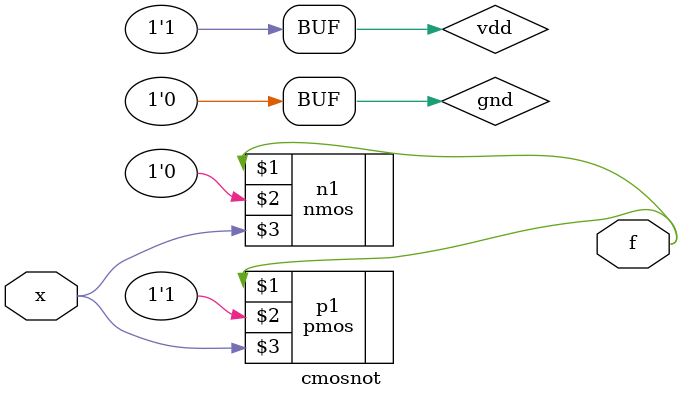
<source format=v>
`timescale 1ns / 1ps

module cmosnot(x, f);
input x;
output f;
supply0 gnd;
supply1 vdd;
pmos p1(f, vdd, x);  //pmos [instance name](output, input, control)
nmos n1(f, gnd, x);  //nmos [instance name](output, input, control)
endmodule


</source>
